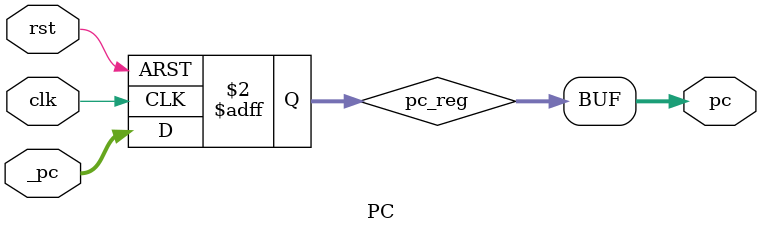
<source format=v>
`timescale 1ns / 1ps


module PC(
    input clk,
    input rst,

    input [31:0] _pc,
    output [31:0] pc
    );

    reg [31:0] pc_reg;
    assign pc = pc_reg;

    always @(posedge clk or posedge rst) begin
        if (rst) begin
            pc_reg <= 32'b0;
        end else begin
            pc_reg <= _pc;
        end
    end
endmodule

</source>
